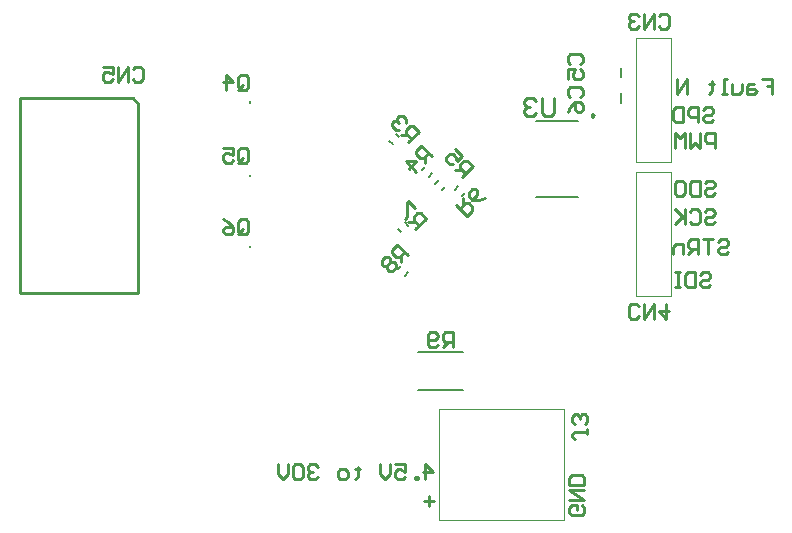
<source format=gbo>
G04*
G04 #@! TF.GenerationSoftware,Altium Limited,Altium Designer,20.0.12 (288)*
G04*
G04 Layer_Color=32896*
%FSLAX25Y25*%
%MOIN*%
G70*
G01*
G75*
%ADD10C,0.00787*%
%ADD11C,0.01000*%
%ADD48C,0.00984*%
%ADD49C,0.00394*%
G36*
X208499Y243796D02*
X208577D01*
X208721Y243736D01*
X208832Y243625D01*
X208892Y243481D01*
Y243403D01*
Y243324D01*
X208832Y243179D01*
X208721Y243069D01*
X208577Y243009D01*
X208499D01*
X208420D01*
X208276Y243069D01*
X208165Y243179D01*
X208105Y243324D01*
Y243403D01*
Y243481D01*
X208165Y243625D01*
X208276Y243736D01*
X208420Y243796D01*
X208499D01*
D01*
D02*
G37*
G36*
Y267611D02*
X208577D01*
X208721Y267551D01*
X208832Y267441D01*
X208892Y267296D01*
Y267218D01*
Y267139D01*
X208832Y266995D01*
X208721Y266884D01*
X208577Y266824D01*
X208499D01*
X208420D01*
X208276Y266884D01*
X208165Y266995D01*
X208105Y267139D01*
Y267218D01*
Y267296D01*
X208165Y267441D01*
X208276Y267551D01*
X208420Y267611D01*
X208499D01*
D01*
D02*
G37*
G36*
Y292013D02*
X208577D01*
X208721Y291953D01*
X208832Y291842D01*
X208892Y291698D01*
Y291619D01*
Y291541D01*
X208832Y291396D01*
X208721Y291285D01*
X208577Y291226D01*
X208499D01*
X208420D01*
X208276Y291285D01*
X208165Y291396D01*
X208105Y291541D01*
Y291619D01*
Y291698D01*
X208165Y291842D01*
X208276Y291953D01*
X208420Y292013D01*
X208499D01*
D01*
D02*
G37*
D10*
X303812Y259924D02*
X317985D01*
X303812Y285514D02*
X317985D01*
X332299Y299925D02*
Y303075D01*
X332299Y291425D02*
X332299Y294575D01*
X264520Y195701D02*
X279480D01*
X264520Y208299D02*
X279480D01*
X260057Y233830D02*
X261170Y234943D01*
X257830Y236057D02*
X258943Y237170D01*
X257830Y249443D02*
X258943Y248330D01*
X260057Y251670D02*
X261170Y250557D01*
X279057Y260330D02*
X280170Y261443D01*
X276830Y262557D02*
X277943Y263670D01*
X272557Y262330D02*
X273670Y263443D01*
X270330Y264557D02*
X271443Y265670D01*
X268057Y266830D02*
X269170Y267943D01*
X265830Y269057D02*
X266943Y270170D01*
X254963Y278809D02*
X256077Y277696D01*
X257190Y281037D02*
X258304Y279923D01*
D11*
X131988Y228035D02*
X171358D01*
X131988D02*
Y292996D01*
X171358Y228035D02*
Y291028D01*
X169390Y292996D02*
X171358Y291028D01*
X131988Y292996D02*
X169390D01*
X267001Y166000D02*
Y170998D01*
X269500Y168499D01*
X266168D01*
X264502Y166000D02*
Y166833D01*
X263669D01*
Y166000D01*
X264502D01*
X257004Y170998D02*
X260336D01*
Y168499D01*
X258670Y169332D01*
X257837D01*
X257004Y168499D01*
Y166833D01*
X257837Y166000D01*
X259503D01*
X260336Y166833D01*
X255338Y170998D02*
Y167666D01*
X253672Y166000D01*
X252006Y167666D01*
Y170998D01*
X244508Y170165D02*
Y169332D01*
X245341D01*
X243675D01*
X244508D01*
Y166833D01*
X243675Y166000D01*
X240343D02*
X238677D01*
X237844Y166833D01*
Y168499D01*
X238677Y169332D01*
X240343D01*
X241176Y168499D01*
Y166833D01*
X240343Y166000D01*
X231179Y170165D02*
X230346Y170998D01*
X228680D01*
X227847Y170165D01*
Y169332D01*
X228680Y168499D01*
X229513D01*
X228680D01*
X227847Y167666D01*
Y166833D01*
X228680Y166000D01*
X230346D01*
X231179Y166833D01*
X226181Y170165D02*
X225348Y170998D01*
X223681D01*
X222848Y170165D01*
Y166833D01*
X223681Y166000D01*
X225348D01*
X226181Y166833D01*
Y170165D01*
X221182Y170998D02*
Y167666D01*
X219516Y166000D01*
X217850Y167666D01*
Y170998D01*
X309998Y292999D02*
Y288001D01*
X308999Y287001D01*
X306999D01*
X306000Y288001D01*
Y292999D01*
X304000Y291999D02*
X303001Y292999D01*
X301001D01*
X300002Y291999D01*
Y291000D01*
X301001Y290000D01*
X302001D01*
X301001D01*
X300002Y289000D01*
Y288001D01*
X301001Y287001D01*
X303001D01*
X304000Y288001D01*
X204568Y272233D02*
Y275565D01*
X205401Y276398D01*
X207067D01*
X207900Y275565D01*
Y272233D01*
X207067Y271400D01*
X205401D01*
X206234Y273066D02*
X204568Y271400D01*
X205401D02*
X204568Y272233D01*
X199569Y276398D02*
X202902D01*
Y273899D01*
X201236Y274732D01*
X200402D01*
X199569Y273899D01*
Y272233D01*
X200402Y271400D01*
X202069D01*
X202902Y272233D01*
X359668Y289165D02*
X360501Y289998D01*
X362167D01*
X363000Y289165D01*
Y288332D01*
X362167Y287499D01*
X360501D01*
X359668Y286666D01*
Y285833D01*
X360501Y285000D01*
X362167D01*
X363000Y285833D01*
X358002Y285000D02*
Y289998D01*
X355502D01*
X354669Y289165D01*
Y287499D01*
X355502Y286666D01*
X358002D01*
X353003Y289998D02*
Y285000D01*
X350504D01*
X349671Y285833D01*
Y289165D01*
X350504Y289998D01*
X353003D01*
X268334Y160500D02*
Y157168D01*
X266668Y158834D02*
X270000D01*
X319165Y157332D02*
X319998Y156499D01*
Y154833D01*
X319165Y154000D01*
X315833D01*
X315000Y154833D01*
Y156499D01*
X315833Y157332D01*
X317499D01*
Y155666D01*
X315000Y158998D02*
X319998D01*
X315000Y162331D01*
X319998D01*
Y163997D02*
X315000D01*
Y166496D01*
X315833Y167329D01*
X319165D01*
X319998Y166496D01*
Y163997D01*
X358668Y234165D02*
X359501Y234998D01*
X361167D01*
X362000Y234165D01*
Y233332D01*
X361167Y232499D01*
X359501D01*
X358668Y231666D01*
Y230833D01*
X359501Y230000D01*
X361167D01*
X362000Y230833D01*
X357002Y234998D02*
Y230000D01*
X354502D01*
X353669Y230833D01*
Y234165D01*
X354502Y234998D01*
X357002D01*
X352003D02*
X350337D01*
X351170D01*
Y230000D01*
X352003D01*
X350337D01*
X364668Y245165D02*
X365501Y245998D01*
X367167D01*
X368000Y245165D01*
Y244332D01*
X367167Y243499D01*
X365501D01*
X364668Y242666D01*
Y241833D01*
X365501Y241000D01*
X367167D01*
X368000Y241833D01*
X363002Y245998D02*
X359669D01*
X361335D01*
Y241000D01*
X358003D02*
Y245998D01*
X355504D01*
X354671Y245165D01*
Y243499D01*
X355504Y242666D01*
X358003D01*
X356337D02*
X354671Y241000D01*
X353005D02*
Y244332D01*
X350506D01*
X349673Y243499D01*
Y241000D01*
X360168Y255165D02*
X361001Y255998D01*
X362667D01*
X363500Y255165D01*
Y254332D01*
X362667Y253499D01*
X361001D01*
X360168Y252666D01*
Y251833D01*
X361001Y251000D01*
X362667D01*
X363500Y251833D01*
X355169Y255165D02*
X356002Y255998D01*
X357669D01*
X358502Y255165D01*
Y251833D01*
X357669Y251000D01*
X356002D01*
X355169Y251833D01*
X353503Y255998D02*
Y251000D01*
Y252666D01*
X350171Y255998D01*
X352670Y253499D01*
X350171Y251000D01*
X360168Y264665D02*
X361001Y265498D01*
X362667D01*
X363500Y264665D01*
Y263832D01*
X362667Y262999D01*
X361001D01*
X360168Y262166D01*
Y261333D01*
X361001Y260500D01*
X362667D01*
X363500Y261333D01*
X358502Y265498D02*
Y260500D01*
X356002D01*
X355169Y261333D01*
Y264665D01*
X356002Y265498D01*
X358502D01*
X351004D02*
X352670D01*
X353503Y264665D01*
Y261333D01*
X352670Y260500D01*
X351004D01*
X350171Y261333D01*
Y264665D01*
X351004Y265498D01*
X363500Y276500D02*
Y281498D01*
X361001D01*
X360168Y280665D01*
Y278999D01*
X361001Y278166D01*
X363500D01*
X358502Y281498D02*
Y276500D01*
X356836Y278166D01*
X355169Y276500D01*
Y281498D01*
X353503Y276500D02*
Y281498D01*
X351837Y279832D01*
X350171Y281498D01*
Y276500D01*
X379168Y299498D02*
X382500D01*
Y296999D01*
X380834D01*
X382500D01*
Y294500D01*
X376669Y297832D02*
X375002D01*
X374169Y296999D01*
Y294500D01*
X376669D01*
X377502Y295333D01*
X376669Y296166D01*
X374169D01*
X372503Y297832D02*
Y295333D01*
X371670Y294500D01*
X369171D01*
Y297832D01*
X367505Y294500D02*
X365839D01*
X366672D01*
Y299498D01*
X367505D01*
X362507Y298665D02*
Y297832D01*
X363339D01*
X361673D01*
X362507D01*
Y295333D01*
X361673Y294500D01*
X354176D02*
Y299498D01*
X350844Y294500D01*
Y299498D01*
X169468Y302665D02*
X170301Y303498D01*
X171967D01*
X172800Y302665D01*
Y299333D01*
X171967Y298500D01*
X170301D01*
X169468Y299333D01*
X167802Y298500D02*
Y303498D01*
X164469Y298500D01*
Y303498D01*
X159471D02*
X162803D01*
Y300999D01*
X161137Y301832D01*
X160304D01*
X159471Y300999D01*
Y299333D01*
X160304Y298500D01*
X161970D01*
X162803Y299333D01*
X277288Y257322D02*
X280822Y253787D01*
X282589Y255555D01*
X282589Y256733D01*
X281411Y257911D01*
X280233Y257911D01*
X278466Y256144D01*
X279644Y257322D02*
Y259678D01*
X286713D02*
X284945Y259089D01*
X282589D01*
X281411Y260267D01*
Y261445D01*
X282589Y262623D01*
X283767Y262623D01*
X284356Y262034D01*
Y260856D01*
X282589Y259089D01*
X263678Y249288D02*
X267213Y252822D01*
X265445Y254589D01*
X264267Y254589D01*
X263089Y253411D01*
X263089Y252233D01*
X264856Y250466D01*
X263678Y251644D02*
X261322D01*
X263678Y256356D02*
X261322Y258713D01*
X260733Y258123D01*
Y253411D01*
X260144Y252822D01*
X261178Y278288D02*
X264713Y281822D01*
X262945Y283589D01*
X261767Y283589D01*
X260589Y282411D01*
X260589Y281233D01*
X262356Y279466D01*
X261178Y280644D02*
X258822D01*
X260589Y284767D02*
Y285945D01*
X259411Y287123D01*
X258233Y287123D01*
X257644Y286534D01*
Y285356D01*
X258233Y284767D01*
X257644Y285356D01*
X256466D01*
X255876Y284767D01*
X255876Y283589D01*
X257055Y282411D01*
X258233D01*
X204568Y296633D02*
Y299965D01*
X205401Y300798D01*
X207067D01*
X207900Y299965D01*
Y296633D01*
X207067Y295800D01*
X205401D01*
X206234Y297466D02*
X204568Y295800D01*
X205401D02*
X204568Y296633D01*
X200402Y295800D02*
Y300798D01*
X202902Y298299D01*
X199569D01*
X276165Y210001D02*
Y214999D01*
X273666D01*
X272833Y214166D01*
Y212500D01*
X273666Y211667D01*
X276165D01*
X274499D02*
X272833Y210001D01*
X271167Y210834D02*
X270334Y210001D01*
X268668D01*
X267835Y210834D01*
Y214166D01*
X268668Y214999D01*
X270334D01*
X271167Y214166D01*
Y213333D01*
X270334Y212500D01*
X267835D01*
X261212Y240678D02*
X257678Y244213D01*
X255911Y242445D01*
X255911Y241267D01*
X257089Y240089D01*
X258267Y240089D01*
X260034Y241856D01*
X258856Y240678D02*
Y238322D01*
X254733Y240089D02*
X253555D01*
X252377Y238911D01*
X252377Y237733D01*
X252966Y237144D01*
X254144D01*
Y235966D01*
X254733Y235377D01*
X255911Y235377D01*
X257089Y236555D01*
Y237733D01*
X256500Y238322D01*
X255322D01*
X255322Y239500D01*
X254733Y240089D01*
X255322Y238322D02*
X254144Y237144D01*
X279178Y266788D02*
X282713Y270322D01*
X280945Y272089D01*
X279767Y272089D01*
X278589Y270911D01*
X278589Y269733D01*
X280356Y267966D01*
X279178Y269144D02*
X276822D01*
Y276213D02*
X279178Y273856D01*
X277411Y272089D01*
X276822Y273856D01*
X276233Y274445D01*
X275055D01*
X273877Y273267D01*
X273877Y272089D01*
X275055Y270911D01*
X276233D01*
X269213Y273678D02*
X265678Y277213D01*
X263911Y275445D01*
X263911Y274267D01*
X265089Y273089D01*
X266267Y273089D01*
X268034Y274856D01*
X266856Y273678D02*
Y271322D01*
X263911Y268376D02*
X260377Y271911D01*
X263911D01*
X261555Y269555D01*
X204568Y248433D02*
Y251765D01*
X205401Y252598D01*
X207067D01*
X207900Y251765D01*
Y248433D01*
X207067Y247600D01*
X205401D01*
X206234Y249266D02*
X204568Y247600D01*
X205401D02*
X204568Y248433D01*
X199569Y252598D02*
X201236Y251765D01*
X202902Y250099D01*
Y248433D01*
X202069Y247600D01*
X200402D01*
X199569Y248433D01*
Y249266D01*
X200402Y250099D01*
X202902D01*
X320999Y182667D02*
Y181001D01*
Y181834D01*
X316834D01*
X316001Y181001D01*
Y180168D01*
X316834Y179335D01*
X320166Y184333D02*
X320999Y185166D01*
Y186832D01*
X320166Y187665D01*
X319333D01*
X318500Y186832D01*
Y185999D01*
Y186832D01*
X317667Y187665D01*
X316834D01*
X316001Y186832D01*
Y185166D01*
X316834Y184333D01*
X338168Y220334D02*
X337335Y219501D01*
X335668D01*
X334836Y220334D01*
Y223666D01*
X335668Y224499D01*
X337335D01*
X338168Y223666D01*
X339834Y224499D02*
Y219501D01*
X343166Y224499D01*
Y219501D01*
X347331Y224499D02*
Y219501D01*
X344832Y222000D01*
X348165D01*
X344768Y320265D02*
X345601Y321098D01*
X347267D01*
X348100Y320265D01*
Y316933D01*
X347267Y316100D01*
X345601D01*
X344768Y316933D01*
X343102Y316100D02*
Y321098D01*
X339769Y316100D01*
Y321098D01*
X338103Y320265D02*
X337270Y321098D01*
X335604D01*
X334771Y320265D01*
Y319432D01*
X335604Y318599D01*
X336437D01*
X335604D01*
X334771Y317766D01*
Y316933D01*
X335604Y316100D01*
X337270D01*
X338103Y316933D01*
X315334Y293333D02*
X314501Y294166D01*
Y295832D01*
X315334Y296665D01*
X318666D01*
X319499Y295832D01*
Y294166D01*
X318666Y293333D01*
X314501Y288335D02*
X315334Y290001D01*
X317000Y291667D01*
X318666D01*
X319499Y290834D01*
Y289168D01*
X318666Y288335D01*
X317833D01*
X317000Y289168D01*
Y291667D01*
X315334Y304333D02*
X314501Y305166D01*
Y306832D01*
X315334Y307665D01*
X318666D01*
X319499Y306832D01*
Y305166D01*
X318666Y304333D01*
X314501Y299335D02*
Y302667D01*
X317000D01*
X316167Y301001D01*
Y300168D01*
X317000Y299335D01*
X318666D01*
X319499Y300168D01*
Y301834D01*
X318666Y302667D01*
D48*
X323300Y287286D02*
X322562Y287712D01*
Y286860D01*
X323300Y287286D01*
D49*
X337094Y227067D02*
X348905D01*
Y268406D01*
X337094D02*
X348905D01*
X337094Y227067D02*
Y268406D01*
Y271567D02*
X348905D01*
Y312906D01*
X337094D02*
X348905D01*
X337094Y271567D02*
Y312906D01*
X313209Y173339D02*
Y189504D01*
X271476D02*
X313209D01*
X271476Y152496D02*
Y189504D01*
Y152496D02*
X313209D01*
Y173339D01*
M02*

</source>
